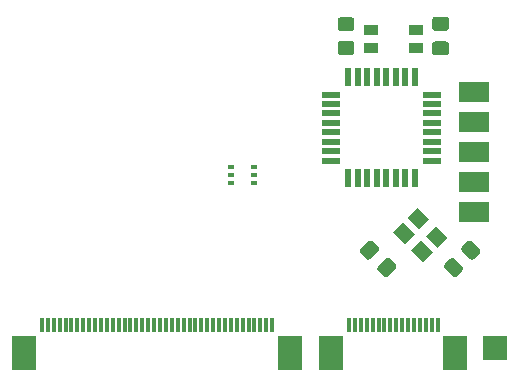
<source format=gbr>
%TF.GenerationSoftware,KiCad,Pcbnew,(5.1.8)-1*%
%TF.CreationDate,2021-01-10T00:46:59-06:00*%
%TF.ProjectId,GBAHD_Shield,47424148-445f-4536-9869-656c642e6b69,rev?*%
%TF.SameCoordinates,Original*%
%TF.FileFunction,Paste,Top*%
%TF.FilePolarity,Positive*%
%FSLAX46Y46*%
G04 Gerber Fmt 4.6, Leading zero omitted, Abs format (unit mm)*
G04 Created by KiCad (PCBNEW (5.1.8)-1) date 2021-01-10 00:46:59*
%MOMM*%
%LPD*%
G01*
G04 APERTURE LIST*
%ADD10C,0.100000*%
%ADD11R,2.000000X2.000000*%
%ADD12R,0.600000X0.420000*%
%ADD13R,2.500000X1.800000*%
%ADD14R,0.300000X1.300000*%
%ADD15R,2.000000X3.000000*%
%ADD16R,1.600000X0.550000*%
%ADD17R,0.550000X1.600000*%
%ADD18R,1.250000X0.900000*%
G04 APERTURE END LIST*
D10*
%TO.C,X1*%
G36*
X81868016Y-54281569D02*
G01*
X81019488Y-55130097D01*
X80029538Y-54140147D01*
X80878066Y-53291619D01*
X81868016Y-54281569D01*
G37*
G36*
X80312381Y-52725934D02*
G01*
X79463853Y-53574462D01*
X78473903Y-52584512D01*
X79322431Y-51735984D01*
X80312381Y-52725934D01*
G37*
G36*
X81514462Y-51523853D02*
G01*
X80665934Y-52372381D01*
X79675984Y-51382431D01*
X80524512Y-50533903D01*
X81514462Y-51523853D01*
G37*
G36*
X83070097Y-53079488D02*
G01*
X82221569Y-53928016D01*
X81231619Y-52938066D01*
X82080147Y-52089538D01*
X83070097Y-53079488D01*
G37*
%TD*%
D11*
%TO.C,J7*%
X87122000Y-62380000D03*
%TD*%
D12*
%TO.C,U3*%
X64800000Y-48400000D03*
X64800000Y-47750000D03*
X64800000Y-47100000D03*
X66700000Y-48400000D03*
X66700000Y-47750000D03*
X66700000Y-47100000D03*
%TD*%
D13*
%TO.C,J5*%
X85300000Y-50860000D03*
X85300000Y-48320000D03*
X85300000Y-40700000D03*
X85300000Y-45780000D03*
X85300000Y-43240000D03*
%TD*%
D14*
%TO.C,J1*%
X52750000Y-60500000D03*
X51250000Y-60500000D03*
X55250000Y-60500000D03*
X53250000Y-60500000D03*
X58250000Y-60500000D03*
D15*
X69750000Y-62850000D03*
D14*
X50250000Y-60500000D03*
X57750000Y-60500000D03*
X57250000Y-60500000D03*
X55750000Y-60500000D03*
X53750000Y-60500000D03*
X48750000Y-60500000D03*
X54250000Y-60500000D03*
X61750000Y-60500000D03*
X49750000Y-60500000D03*
X50750000Y-60500000D03*
X54750000Y-60500000D03*
X51750000Y-60500000D03*
X49250000Y-60500000D03*
X67750000Y-60500000D03*
X58750000Y-60500000D03*
X56750000Y-60500000D03*
X63750000Y-60500000D03*
X63250000Y-60500000D03*
X59750000Y-60500000D03*
X62750000Y-60500000D03*
X64250000Y-60500000D03*
X62250000Y-60500000D03*
X60250000Y-60500000D03*
X64750000Y-60500000D03*
X65250000Y-60500000D03*
X65750000Y-60500000D03*
X66250000Y-60500000D03*
X67250000Y-60500000D03*
X59250000Y-60500000D03*
X66750000Y-60500000D03*
X56250000Y-60500000D03*
X52250000Y-60500000D03*
D15*
X47250000Y-62850000D03*
D14*
X68250000Y-60500000D03*
X60750000Y-60500000D03*
X61250000Y-60500000D03*
%TD*%
D16*
%TO.C,U2*%
X73250000Y-46550000D03*
X73250000Y-45750000D03*
X73250000Y-44950000D03*
X73250000Y-44150000D03*
X73250000Y-43350000D03*
X73250000Y-42550000D03*
X73250000Y-41750000D03*
X73250000Y-40950000D03*
D17*
X74700000Y-39500000D03*
X75500000Y-39500000D03*
X76300000Y-39500000D03*
X77100000Y-39500000D03*
X77900000Y-39500000D03*
X78700000Y-39500000D03*
X79500000Y-39500000D03*
X80300000Y-39500000D03*
D16*
X81750000Y-40950000D03*
X81750000Y-41750000D03*
X81750000Y-42550000D03*
X81750000Y-43350000D03*
X81750000Y-44150000D03*
X81750000Y-44950000D03*
X81750000Y-45750000D03*
X81750000Y-46550000D03*
D17*
X80300000Y-48000000D03*
X79500000Y-48000000D03*
X78700000Y-48000000D03*
X77900000Y-48000000D03*
X77100000Y-48000000D03*
X76300000Y-48000000D03*
X75500000Y-48000000D03*
X74700000Y-48000000D03*
%TD*%
D18*
%TO.C,SW1*%
X80425000Y-37000000D03*
X80425000Y-35500000D03*
X76575000Y-37000000D03*
X76575000Y-35500000D03*
%TD*%
%TO.C,R1*%
G36*
G01*
X74049999Y-36400000D02*
X74950001Y-36400000D01*
G75*
G02*
X75200000Y-36649999I0J-249999D01*
G01*
X75200000Y-37350001D01*
G75*
G02*
X74950001Y-37600000I-249999J0D01*
G01*
X74049999Y-37600000D01*
G75*
G02*
X73800000Y-37350001I0J249999D01*
G01*
X73800000Y-36649999D01*
G75*
G02*
X74049999Y-36400000I249999J0D01*
G01*
G37*
G36*
G01*
X74049999Y-34400000D02*
X74950001Y-34400000D01*
G75*
G02*
X75200000Y-34649999I0J-249999D01*
G01*
X75200000Y-35350001D01*
G75*
G02*
X74950001Y-35600000I-249999J0D01*
G01*
X74049999Y-35600000D01*
G75*
G02*
X73800000Y-35350001I0J249999D01*
G01*
X73800000Y-34649999D01*
G75*
G02*
X74049999Y-34400000I249999J0D01*
G01*
G37*
%TD*%
D14*
%TO.C,J3*%
X77750000Y-60500000D03*
X78750000Y-60500000D03*
D15*
X73250000Y-62850000D03*
D14*
X76750000Y-60500000D03*
X74750000Y-60500000D03*
X76250000Y-60500000D03*
X81250000Y-60500000D03*
X78250000Y-60500000D03*
X82250000Y-60500000D03*
D15*
X83750000Y-62850000D03*
D14*
X79750000Y-60500000D03*
X77250000Y-60500000D03*
X80250000Y-60500000D03*
X75750000Y-60500000D03*
X79250000Y-60500000D03*
X81750000Y-60500000D03*
X75250000Y-60500000D03*
X80750000Y-60500000D03*
%TD*%
%TO.C,C3*%
G36*
G01*
X82025000Y-36450000D02*
X82975000Y-36450000D01*
G75*
G02*
X83225000Y-36700000I0J-250000D01*
G01*
X83225000Y-37375000D01*
G75*
G02*
X82975000Y-37625000I-250000J0D01*
G01*
X82025000Y-37625000D01*
G75*
G02*
X81775000Y-37375000I0J250000D01*
G01*
X81775000Y-36700000D01*
G75*
G02*
X82025000Y-36450000I250000J0D01*
G01*
G37*
G36*
G01*
X82025000Y-34375000D02*
X82975000Y-34375000D01*
G75*
G02*
X83225000Y-34625000I0J-250000D01*
G01*
X83225000Y-35300000D01*
G75*
G02*
X82975000Y-35550000I-250000J0D01*
G01*
X82025000Y-35550000D01*
G75*
G02*
X81775000Y-35300000I0J250000D01*
G01*
X81775000Y-34625000D01*
G75*
G02*
X82025000Y-34375000I250000J0D01*
G01*
G37*
%TD*%
%TO.C,C2*%
G36*
G01*
X84982073Y-54881678D02*
X84310322Y-54209927D01*
G75*
G02*
X84310322Y-53856373I176777J176777D01*
G01*
X84787619Y-53379076D01*
G75*
G02*
X85141173Y-53379076I176777J-176777D01*
G01*
X85812924Y-54050827D01*
G75*
G02*
X85812924Y-54404381I-176777J-176777D01*
G01*
X85335627Y-54881678D01*
G75*
G02*
X84982073Y-54881678I-176777J176777D01*
G01*
G37*
G36*
G01*
X83514827Y-56348924D02*
X82843076Y-55677173D01*
G75*
G02*
X82843076Y-55323619I176777J176777D01*
G01*
X83320373Y-54846322D01*
G75*
G02*
X83673927Y-54846322I176777J-176777D01*
G01*
X84345678Y-55518073D01*
G75*
G02*
X84345678Y-55871627I-176777J-176777D01*
G01*
X83868381Y-56348924D01*
G75*
G02*
X83514827Y-56348924I-176777J176777D01*
G01*
G37*
%TD*%
%TO.C,C1*%
G36*
G01*
X78700924Y-55677173D02*
X78029173Y-56348924D01*
G75*
G02*
X77675619Y-56348924I-176777J176777D01*
G01*
X77198322Y-55871627D01*
G75*
G02*
X77198322Y-55518073I176777J176777D01*
G01*
X77870073Y-54846322D01*
G75*
G02*
X78223627Y-54846322I176777J-176777D01*
G01*
X78700924Y-55323619D01*
G75*
G02*
X78700924Y-55677173I-176777J-176777D01*
G01*
G37*
G36*
G01*
X77233678Y-54209927D02*
X76561927Y-54881678D01*
G75*
G02*
X76208373Y-54881678I-176777J176777D01*
G01*
X75731076Y-54404381D01*
G75*
G02*
X75731076Y-54050827I176777J176777D01*
G01*
X76402827Y-53379076D01*
G75*
G02*
X76756381Y-53379076I176777J-176777D01*
G01*
X77233678Y-53856373D01*
G75*
G02*
X77233678Y-54209927I-176777J-176777D01*
G01*
G37*
%TD*%
M02*

</source>
